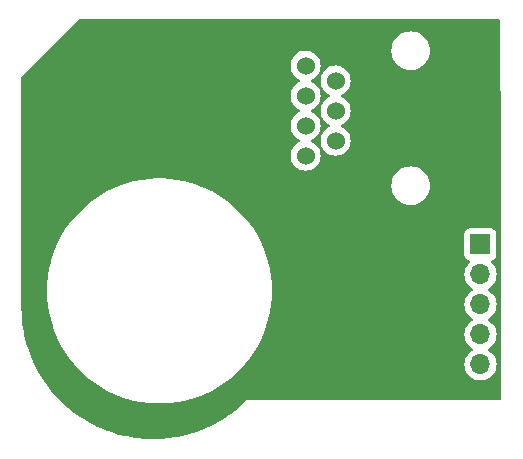
<source format=gbr>
%TF.GenerationSoftware,KiCad,Pcbnew,(7.0.0)*%
%TF.CreationDate,2023-04-04T21:03:58-04:00*%
%TF.ProjectId,StackLight,53746163-6b4c-4696-9768-742e6b696361,rev?*%
%TF.SameCoordinates,Original*%
%TF.FileFunction,Copper,L2,Bot*%
%TF.FilePolarity,Positive*%
%FSLAX46Y46*%
G04 Gerber Fmt 4.6, Leading zero omitted, Abs format (unit mm)*
G04 Created by KiCad (PCBNEW (7.0.0)) date 2023-04-04 21:03:58*
%MOMM*%
%LPD*%
G01*
G04 APERTURE LIST*
%TA.AperFunction,ComponentPad*%
%ADD10R,1.700000X1.700000*%
%TD*%
%TA.AperFunction,ComponentPad*%
%ADD11O,1.700000X1.700000*%
%TD*%
%TA.AperFunction,ComponentPad*%
%ADD12C,1.524000*%
%TD*%
G04 APERTURE END LIST*
D10*
%TO.P,J2,1,Pin_1*%
%TO.N,Net-(J1-Pad8)*%
X153923999Y-93979999D03*
D11*
%TO.P,J2,2,Pin_2*%
%TO.N,Net-(J1-Pad7)*%
X153923999Y-96519999D03*
%TO.P,J2,3,Pin_3*%
%TO.N,Net-(J1-Pad6)*%
X153923999Y-99059999D03*
%TO.P,J2,4,Pin_4*%
%TO.N,Net-(J1-Pad5)*%
X153923999Y-101599999D03*
%TO.P,J2,5,Pin_5*%
%TO.N,Net-(J1-Pad4)*%
X153923999Y-104139999D03*
%TD*%
D12*
%TO.P,J1,1*%
%TO.N,unconnected-(J1-Pad1)*%
X141662000Y-87730000D03*
%TO.P,J1,2*%
%TO.N,unconnected-(J1-Pad2)*%
X139122000Y-86460000D03*
%TO.P,J1,3*%
%TO.N,unconnected-(J1-Pad3)*%
X141662000Y-85190000D03*
%TO.P,J1,4*%
%TO.N,Net-(J1-Pad4)*%
X139122000Y-83920000D03*
%TO.P,J1,5*%
%TO.N,Net-(J1-Pad5)*%
X141662000Y-82650000D03*
%TO.P,J1,6*%
%TO.N,Net-(J1-Pad6)*%
X139122000Y-81380000D03*
%TO.P,J1,7*%
%TO.N,Net-(J1-Pad7)*%
X141662000Y-80110000D03*
%TO.P,J1,8*%
%TO.N,Net-(J1-Pad8)*%
X139122000Y-78840000D03*
%TD*%
%TA.AperFunction,Conductor*%
%TO.N,unconnected-(J1-Pad1)*%
G36*
X155525015Y-74947180D02*
G01*
X155571079Y-74992805D01*
X155588357Y-75055291D01*
X155701494Y-86873795D01*
X155701500Y-86875001D01*
X155701500Y-107061500D01*
X155684619Y-107124500D01*
X155638500Y-107170619D01*
X155575500Y-107187500D01*
X144780099Y-107187500D01*
X134112207Y-107187500D01*
X134111999Y-107187293D01*
X134111716Y-107187575D01*
X134111617Y-107187617D01*
X134111578Y-107187709D01*
X134101509Y-107197229D01*
X134101506Y-107197232D01*
X133636806Y-107636640D01*
X133631263Y-107641581D01*
X133285151Y-107932213D01*
X133284931Y-107932396D01*
X133127070Y-108064343D01*
X133121465Y-108068765D01*
X132795244Y-108311420D01*
X132794861Y-108311704D01*
X132592595Y-108460973D01*
X132586892Y-108464944D01*
X132263073Y-108677379D01*
X132262514Y-108677743D01*
X132035410Y-108825017D01*
X132029642Y-108828541D01*
X131703450Y-109016026D01*
X131702706Y-109016451D01*
X131457514Y-109155170D01*
X131451714Y-109158254D01*
X131121078Y-109323187D01*
X131120139Y-109323651D01*
X130861016Y-109450233D01*
X130855216Y-109452886D01*
X130519605Y-109596277D01*
X130518464Y-109596758D01*
X130247959Y-109709201D01*
X130242188Y-109711436D01*
X129901979Y-109833633D01*
X129900632Y-109834108D01*
X129620570Y-109931132D01*
X129614858Y-109932960D01*
X129270446Y-110034198D01*
X129268889Y-110034644D01*
X128981100Y-110115235D01*
X128975474Y-110116672D01*
X128627642Y-110196996D01*
X128625876Y-110197390D01*
X128331784Y-110260871D01*
X128326268Y-110261934D01*
X127975900Y-110321357D01*
X127973926Y-110321676D01*
X127674956Y-110367514D01*
X127669576Y-110368220D01*
X127317544Y-110406767D01*
X127315365Y-110406987D01*
X127013014Y-110434786D01*
X127007790Y-110435157D01*
X126655041Y-110452851D01*
X126652663Y-110452948D01*
X126348196Y-110462459D01*
X126343151Y-110462515D01*
X125990796Y-110459407D01*
X125988225Y-110459358D01*
X125683016Y-110450436D01*
X125678166Y-110450201D01*
X125327173Y-110426379D01*
X125324421Y-110426162D01*
X125019725Y-110398764D01*
X125015087Y-110398260D01*
X124666598Y-110353866D01*
X124663674Y-110353459D01*
X124360721Y-110307630D01*
X124356310Y-110306882D01*
X124011417Y-110242108D01*
X124008352Y-110241493D01*
X123708354Y-110177367D01*
X123704217Y-110176409D01*
X123363978Y-110091488D01*
X123360757Y-110090638D01*
X123065004Y-110008456D01*
X123061077Y-110007296D01*
X122726601Y-109902533D01*
X122723255Y-109901433D01*
X122432880Y-109801488D01*
X122429221Y-109800165D01*
X122287958Y-109746594D01*
X122101573Y-109675910D01*
X122098121Y-109674542D01*
X121814253Y-109557210D01*
X121810843Y-109555741D01*
X121491093Y-109412405D01*
X121487556Y-109410753D01*
X121211338Y-109276505D01*
X121208191Y-109274921D01*
X120897415Y-109112985D01*
X120893816Y-109111035D01*
X120626288Y-108960388D01*
X120623406Y-108958714D01*
X120505182Y-108887959D01*
X120322536Y-108778648D01*
X120318926Y-108776404D01*
X120165553Y-108677379D01*
X120061208Y-108610008D01*
X120058591Y-108608271D01*
X119768596Y-108410621D01*
X119764960Y-108408048D01*
X119518038Y-108226586D01*
X119515739Y-108224855D01*
X119237574Y-108010220D01*
X119233934Y-108007302D01*
X118998779Y-107811547D01*
X118996677Y-107809757D01*
X118843465Y-107676425D01*
X118731337Y-107578846D01*
X118727748Y-107575600D01*
X118586206Y-107442500D01*
X118505312Y-107366430D01*
X118503461Y-107364654D01*
X118462825Y-107324849D01*
X118251679Y-107118018D01*
X118248147Y-107114416D01*
X118039300Y-106892768D01*
X118037684Y-106891020D01*
X117943970Y-106787721D01*
X117800349Y-106629409D01*
X117796936Y-106625485D01*
X117602400Y-106392270D01*
X117601076Y-106390655D01*
X117378957Y-106114762D01*
X117375645Y-106110462D01*
X117196298Y-105866928D01*
X117195125Y-105865309D01*
X116988954Y-105575841D01*
X116985799Y-105571195D01*
X116865874Y-105385860D01*
X116822275Y-105318481D01*
X116821382Y-105317078D01*
X116631769Y-105014609D01*
X116628823Y-105009662D01*
X116481823Y-104749222D01*
X116481045Y-104747822D01*
X116308686Y-104433078D01*
X116305938Y-104427763D01*
X116176060Y-104161215D01*
X116175442Y-104159928D01*
X116145361Y-104096373D01*
X116020832Y-103833270D01*
X116018342Y-103827659D01*
X115906078Y-103556820D01*
X115905639Y-103555746D01*
X115769247Y-103217339D01*
X115767037Y-103211428D01*
X115692760Y-102996328D01*
X115672893Y-102938794D01*
X115672555Y-102937804D01*
X115607318Y-102743671D01*
X115554837Y-102587496D01*
X115552936Y-102581306D01*
X115477198Y-102309804D01*
X115477072Y-102309346D01*
X115378376Y-101946013D01*
X115376780Y-101939445D01*
X115319898Y-101674636D01*
X115319760Y-101673984D01*
X115282362Y-101495283D01*
X115240465Y-101295082D01*
X115239231Y-101288252D01*
X115220071Y-101162445D01*
X115201401Y-101039855D01*
X115141611Y-100637048D01*
X115140765Y-100629962D01*
X115137485Y-100593888D01*
X115122174Y-100425517D01*
X115082204Y-99974615D01*
X115081768Y-99967212D01*
X115079577Y-99892904D01*
X115062554Y-99315458D01*
X115062500Y-99311746D01*
X115062500Y-97917000D01*
X117215603Y-97917000D01*
X117215668Y-97919027D01*
X117235118Y-98525579D01*
X117235119Y-98525601D01*
X117235184Y-98527615D01*
X117235376Y-98529612D01*
X117235378Y-98529633D01*
X117293654Y-99133727D01*
X117293656Y-99133749D01*
X117293847Y-99135720D01*
X117294163Y-99137677D01*
X117294166Y-99137697D01*
X117391032Y-99736842D01*
X117391035Y-99736858D01*
X117391352Y-99738818D01*
X117391796Y-99740765D01*
X117391797Y-99740768D01*
X117526850Y-100332478D01*
X117526855Y-100332498D01*
X117527296Y-100334429D01*
X117527864Y-100336345D01*
X117527866Y-100336350D01*
X117700546Y-100918167D01*
X117700550Y-100918181D01*
X117701122Y-100920106D01*
X117701815Y-100921990D01*
X117701820Y-100922004D01*
X117839119Y-101295091D01*
X117912115Y-101493444D01*
X117912928Y-101495281D01*
X117912929Y-101495283D01*
X118056305Y-101819172D01*
X118159409Y-102052084D01*
X118160337Y-102053864D01*
X118160341Y-102053871D01*
X118441060Y-102591958D01*
X118441073Y-102591981D01*
X118441987Y-102593733D01*
X118443017Y-102595432D01*
X118443026Y-102595448D01*
X118609459Y-102869996D01*
X118758688Y-103116164D01*
X118759833Y-103117806D01*
X118759836Y-103117810D01*
X119105749Y-103613704D01*
X119108210Y-103617231D01*
X119109466Y-103618806D01*
X119109472Y-103618814D01*
X119172130Y-103697384D01*
X119489118Y-104094874D01*
X119490473Y-104096366D01*
X119490479Y-104096373D01*
X119733865Y-104364368D01*
X119899846Y-104547131D01*
X120338706Y-104972143D01*
X120803895Y-105368164D01*
X121293501Y-105733567D01*
X121805513Y-106066850D01*
X122337826Y-106366643D01*
X122888254Y-106631715D01*
X122890140Y-106632478D01*
X122890141Y-106632479D01*
X123452639Y-106860210D01*
X123452644Y-106860212D01*
X123454534Y-106860977D01*
X124034339Y-107053485D01*
X124625287Y-107208450D01*
X125224950Y-107325234D01*
X125830862Y-107403358D01*
X126440536Y-107442500D01*
X127049450Y-107442500D01*
X127051464Y-107442500D01*
X127661138Y-107403358D01*
X128267050Y-107325234D01*
X128866713Y-107208450D01*
X129457661Y-107053485D01*
X130037466Y-106860977D01*
X130603746Y-106631715D01*
X131154174Y-106366643D01*
X131686487Y-106066850D01*
X132198499Y-105733567D01*
X132688105Y-105368164D01*
X133153294Y-104972143D01*
X133592154Y-104547131D01*
X133961900Y-104140000D01*
X152560844Y-104140000D01*
X152579436Y-104364368D01*
X152580717Y-104369426D01*
X152626073Y-104548535D01*
X152634704Y-104582616D01*
X152725140Y-104788791D01*
X152848278Y-104977268D01*
X152851806Y-104981100D01*
X152997227Y-105139069D01*
X152997231Y-105139073D01*
X153000760Y-105142906D01*
X153178424Y-105281189D01*
X153376426Y-105388342D01*
X153381355Y-105390034D01*
X153381357Y-105390035D01*
X153482895Y-105424893D01*
X153589365Y-105461444D01*
X153811431Y-105498500D01*
X154031358Y-105498500D01*
X154036569Y-105498500D01*
X154258635Y-105461444D01*
X154471574Y-105388342D01*
X154669576Y-105281189D01*
X154847240Y-105142906D01*
X154999722Y-104977268D01*
X155122860Y-104788791D01*
X155213296Y-104582616D01*
X155268564Y-104364368D01*
X155287156Y-104140000D01*
X155268564Y-103915632D01*
X155213296Y-103697384D01*
X155122860Y-103491209D01*
X154999722Y-103302732D01*
X154915670Y-103211428D01*
X154850772Y-103140930D01*
X154850767Y-103140925D01*
X154847240Y-103137094D01*
X154669576Y-102998811D01*
X154664997Y-102996333D01*
X154664994Y-102996331D01*
X154636318Y-102980812D01*
X154588047Y-102934494D01*
X154570289Y-102869996D01*
X154588050Y-102805499D01*
X154636321Y-102759185D01*
X154669576Y-102741189D01*
X154847240Y-102602906D01*
X154999722Y-102437268D01*
X155122860Y-102248791D01*
X155213296Y-102042616D01*
X155268564Y-101824368D01*
X155287156Y-101600000D01*
X155268564Y-101375632D01*
X155213296Y-101157384D01*
X155122860Y-100951209D01*
X154999722Y-100762732D01*
X154938956Y-100696723D01*
X154850772Y-100600930D01*
X154850767Y-100600925D01*
X154847240Y-100597094D01*
X154669576Y-100458811D01*
X154665002Y-100456336D01*
X154664995Y-100456331D01*
X154636320Y-100440814D01*
X154588048Y-100394498D01*
X154570289Y-100330000D01*
X154588048Y-100265502D01*
X154636320Y-100219186D01*
X154664990Y-100203671D01*
X154669576Y-100201189D01*
X154847240Y-100062906D01*
X154999722Y-99897268D01*
X155122860Y-99708791D01*
X155213296Y-99502616D01*
X155268564Y-99284368D01*
X155287156Y-99060000D01*
X155268564Y-98835632D01*
X155213296Y-98617384D01*
X155122860Y-98411209D01*
X154999722Y-98222732D01*
X154938956Y-98156723D01*
X154850772Y-98060930D01*
X154850767Y-98060925D01*
X154847240Y-98057094D01*
X154669576Y-97918811D01*
X154665002Y-97916336D01*
X154664995Y-97916331D01*
X154636320Y-97900814D01*
X154588048Y-97854498D01*
X154570289Y-97790000D01*
X154588048Y-97725502D01*
X154636320Y-97679186D01*
X154664990Y-97663671D01*
X154669576Y-97661189D01*
X154847240Y-97522906D01*
X154999722Y-97357268D01*
X155122860Y-97168791D01*
X155213296Y-96962616D01*
X155268564Y-96744368D01*
X155287156Y-96520000D01*
X155268564Y-96295632D01*
X155213296Y-96077384D01*
X155122860Y-95871209D01*
X154999722Y-95682732D01*
X154856525Y-95527180D01*
X154827288Y-95473576D01*
X154826685Y-95412520D01*
X154854859Y-95358350D01*
X154905191Y-95323786D01*
X155020204Y-95280889D01*
X155137261Y-95193261D01*
X155224889Y-95076204D01*
X155275989Y-94939201D01*
X155282500Y-94878638D01*
X155282500Y-93081362D01*
X155275989Y-93020799D01*
X155224889Y-92883796D01*
X155137261Y-92766739D01*
X155076232Y-92721053D01*
X155027417Y-92684510D01*
X155027414Y-92684508D01*
X155020204Y-92679111D01*
X155011766Y-92675964D01*
X155011763Y-92675962D01*
X154890580Y-92630763D01*
X154890578Y-92630762D01*
X154883201Y-92628011D01*
X154875373Y-92627169D01*
X154875367Y-92627168D01*
X154825988Y-92621860D01*
X154825985Y-92621859D01*
X154822638Y-92621500D01*
X153025362Y-92621500D01*
X153022015Y-92621859D01*
X153022011Y-92621860D01*
X152972632Y-92627168D01*
X152972625Y-92627169D01*
X152964799Y-92628011D01*
X152957423Y-92630761D01*
X152957419Y-92630763D01*
X152836236Y-92675962D01*
X152836230Y-92675965D01*
X152827796Y-92679111D01*
X152820588Y-92684506D01*
X152820582Y-92684510D01*
X152717950Y-92761340D01*
X152717946Y-92761343D01*
X152710739Y-92766739D01*
X152705343Y-92773946D01*
X152705340Y-92773950D01*
X152628510Y-92876582D01*
X152628506Y-92876588D01*
X152623111Y-92883796D01*
X152619965Y-92892230D01*
X152619962Y-92892236D01*
X152574763Y-93013419D01*
X152574761Y-93013423D01*
X152572011Y-93020799D01*
X152571169Y-93028625D01*
X152571168Y-93028632D01*
X152565860Y-93078011D01*
X152565500Y-93081362D01*
X152565500Y-94878638D01*
X152565859Y-94881985D01*
X152565860Y-94881988D01*
X152571168Y-94931367D01*
X152571169Y-94931373D01*
X152572011Y-94939201D01*
X152574762Y-94946578D01*
X152574763Y-94946580D01*
X152619962Y-95067763D01*
X152619964Y-95067766D01*
X152623111Y-95076204D01*
X152628508Y-95083414D01*
X152628510Y-95083417D01*
X152705340Y-95186049D01*
X152710739Y-95193261D01*
X152827796Y-95280889D01*
X152836235Y-95284036D01*
X152836236Y-95284037D01*
X152942806Y-95323786D01*
X152993140Y-95358350D01*
X153021314Y-95412520D01*
X153020711Y-95473576D01*
X152991474Y-95527180D01*
X152851806Y-95678899D01*
X152851802Y-95678902D01*
X152848278Y-95682732D01*
X152845430Y-95687090D01*
X152845427Y-95687095D01*
X152727992Y-95866843D01*
X152725140Y-95871209D01*
X152723048Y-95875978D01*
X152723046Y-95875982D01*
X152636799Y-96072606D01*
X152636796Y-96072614D01*
X152634704Y-96077384D01*
X152633423Y-96082440D01*
X152633422Y-96082445D01*
X152580717Y-96290573D01*
X152579436Y-96295632D01*
X152579006Y-96300820D01*
X152579005Y-96300827D01*
X152561909Y-96507147D01*
X152560844Y-96520000D01*
X152579436Y-96744368D01*
X152634704Y-96962616D01*
X152725140Y-97168791D01*
X152848278Y-97357268D01*
X152851806Y-97361100D01*
X152997227Y-97519069D01*
X152997231Y-97519073D01*
X153000760Y-97522906D01*
X153178424Y-97661189D01*
X153183002Y-97663666D01*
X153183009Y-97663671D01*
X153211680Y-97679187D01*
X153259951Y-97725503D01*
X153277710Y-97790000D01*
X153259951Y-97854497D01*
X153211680Y-97900813D01*
X153183009Y-97916328D01*
X153182993Y-97916338D01*
X153178424Y-97918811D01*
X153174313Y-97922010D01*
X153174311Y-97922012D01*
X153004878Y-98053888D01*
X153004872Y-98053893D01*
X153000760Y-98057094D01*
X152997237Y-98060919D01*
X152997227Y-98060930D01*
X152851806Y-98218899D01*
X152851802Y-98218902D01*
X152848278Y-98222732D01*
X152845430Y-98227090D01*
X152845427Y-98227095D01*
X152727992Y-98406843D01*
X152725140Y-98411209D01*
X152723048Y-98415978D01*
X152723046Y-98415982D01*
X152636799Y-98612606D01*
X152636796Y-98612614D01*
X152634704Y-98617384D01*
X152579436Y-98835632D01*
X152579006Y-98840820D01*
X152579005Y-98840827D01*
X152561909Y-99047147D01*
X152560844Y-99060000D01*
X152579436Y-99284368D01*
X152634704Y-99502616D01*
X152725140Y-99708791D01*
X152848278Y-99897268D01*
X152851806Y-99901100D01*
X152997227Y-100059069D01*
X152997231Y-100059073D01*
X153000760Y-100062906D01*
X153178424Y-100201189D01*
X153183002Y-100203666D01*
X153183009Y-100203671D01*
X153211680Y-100219187D01*
X153259951Y-100265503D01*
X153277710Y-100330000D01*
X153259951Y-100394497D01*
X153211680Y-100440813D01*
X153183009Y-100456328D01*
X153182993Y-100456338D01*
X153178424Y-100458811D01*
X153174313Y-100462010D01*
X153174311Y-100462012D01*
X153004878Y-100593888D01*
X153004872Y-100593893D01*
X153000760Y-100597094D01*
X152997237Y-100600919D01*
X152997227Y-100600930D01*
X152851806Y-100758899D01*
X152851802Y-100758902D01*
X152848278Y-100762732D01*
X152845430Y-100767090D01*
X152845427Y-100767095D01*
X152727992Y-100946843D01*
X152725140Y-100951209D01*
X152723048Y-100955978D01*
X152723046Y-100955982D01*
X152636799Y-101152606D01*
X152636796Y-101152614D01*
X152634704Y-101157384D01*
X152633423Y-101162440D01*
X152633422Y-101162445D01*
X152599832Y-101295091D01*
X152579436Y-101375632D01*
X152579006Y-101380820D01*
X152579005Y-101380827D01*
X152569521Y-101495283D01*
X152560844Y-101600000D01*
X152561274Y-101605189D01*
X152567028Y-101674636D01*
X152579436Y-101824368D01*
X152634704Y-102042616D01*
X152636797Y-102047389D01*
X152636799Y-102047393D01*
X152638857Y-102052084D01*
X152725140Y-102248791D01*
X152848278Y-102437268D01*
X152851806Y-102441100D01*
X152997227Y-102599069D01*
X152997231Y-102599073D01*
X153000760Y-102602906D01*
X153178424Y-102741189D01*
X153183002Y-102743666D01*
X153183009Y-102743671D01*
X153211680Y-102759187D01*
X153259951Y-102805503D01*
X153277710Y-102870000D01*
X153259951Y-102934497D01*
X153211680Y-102980813D01*
X153183009Y-102996328D01*
X153182993Y-102996338D01*
X153178424Y-102998811D01*
X153174313Y-103002010D01*
X153174311Y-103002012D01*
X153004878Y-103133888D01*
X153004872Y-103133893D01*
X153000760Y-103137094D01*
X152997237Y-103140919D01*
X152997227Y-103140930D01*
X152851806Y-103298899D01*
X152851802Y-103298902D01*
X152848278Y-103302732D01*
X152845430Y-103307090D01*
X152845427Y-103307095D01*
X152727992Y-103486843D01*
X152725140Y-103491209D01*
X152723048Y-103495978D01*
X152723046Y-103495982D01*
X152636799Y-103692606D01*
X152636796Y-103692614D01*
X152634704Y-103697384D01*
X152579436Y-103915632D01*
X152579006Y-103920820D01*
X152579005Y-103920827D01*
X152564900Y-104091051D01*
X152560844Y-104140000D01*
X133961900Y-104140000D01*
X134002882Y-104094874D01*
X134383790Y-103617231D01*
X134733312Y-103116164D01*
X135050013Y-102593733D01*
X135332591Y-102052084D01*
X135579885Y-101493444D01*
X135790878Y-100920106D01*
X135964704Y-100334429D01*
X136100648Y-99738818D01*
X136198153Y-99135720D01*
X136256816Y-98527615D01*
X136276397Y-97917000D01*
X136256816Y-97306385D01*
X136198153Y-96698280D01*
X136100648Y-96095182D01*
X135964704Y-95499571D01*
X135790878Y-94913894D01*
X135579885Y-94340556D01*
X135332591Y-93781916D01*
X135051523Y-93243161D01*
X135050939Y-93242041D01*
X135050932Y-93242028D01*
X135050013Y-93240267D01*
X134733312Y-92717836D01*
X134383790Y-92216769D01*
X134002882Y-91739126D01*
X133592154Y-91286869D01*
X133153294Y-90861857D01*
X132688105Y-90465836D01*
X132198499Y-90100433D01*
X132196812Y-90099334D01*
X132196805Y-90099330D01*
X131694234Y-89772193D01*
X131686487Y-89767150D01*
X131154174Y-89467357D01*
X131152361Y-89466484D01*
X131152344Y-89466475D01*
X130605579Y-89203167D01*
X130605560Y-89203158D01*
X130603746Y-89202285D01*
X130601874Y-89201527D01*
X130601858Y-89201520D01*
X130104101Y-89000000D01*
X146381474Y-89000000D01*
X146381862Y-89004930D01*
X146401159Y-89250136D01*
X146401160Y-89250144D01*
X146401548Y-89255070D01*
X146402702Y-89259878D01*
X146402703Y-89259882D01*
X146452753Y-89468354D01*
X146461278Y-89503860D01*
X146559191Y-89740243D01*
X146561776Y-89744462D01*
X146561777Y-89744463D01*
X146576355Y-89768253D01*
X146692877Y-89958399D01*
X146859044Y-90152956D01*
X147053601Y-90319123D01*
X147271757Y-90452809D01*
X147508140Y-90550722D01*
X147756930Y-90610452D01*
X148012000Y-90630526D01*
X148267070Y-90610452D01*
X148515860Y-90550722D01*
X148752243Y-90452809D01*
X148970399Y-90319123D01*
X149164956Y-90152956D01*
X149331123Y-89958399D01*
X149464809Y-89740243D01*
X149562722Y-89503860D01*
X149622452Y-89255070D01*
X149642526Y-89000000D01*
X149622452Y-88744930D01*
X149562722Y-88496140D01*
X149464809Y-88259757D01*
X149331123Y-88041601D01*
X149164956Y-87847044D01*
X148970399Y-87680877D01*
X148752243Y-87547191D01*
X148515860Y-87449278D01*
X148511052Y-87448123D01*
X148511047Y-87448122D01*
X148271882Y-87390703D01*
X148271878Y-87390702D01*
X148267070Y-87389548D01*
X148262144Y-87389160D01*
X148262136Y-87389159D01*
X148016930Y-87369862D01*
X148012000Y-87369474D01*
X148007070Y-87369862D01*
X147761863Y-87389159D01*
X147761853Y-87389160D01*
X147756930Y-87389548D01*
X147752123Y-87390702D01*
X147752117Y-87390703D01*
X147512952Y-87448122D01*
X147512943Y-87448124D01*
X147508140Y-87449278D01*
X147503572Y-87451169D01*
X147503566Y-87451172D01*
X147276331Y-87545296D01*
X147276326Y-87545298D01*
X147271757Y-87547191D01*
X147267542Y-87549773D01*
X147267536Y-87549777D01*
X147057818Y-87678292D01*
X147057810Y-87678297D01*
X147053601Y-87680877D01*
X147049840Y-87684088D01*
X147049836Y-87684092D01*
X146862806Y-87843830D01*
X146862799Y-87843836D01*
X146859044Y-87847044D01*
X146855836Y-87850799D01*
X146855830Y-87850806D01*
X146696092Y-88037836D01*
X146696088Y-88037840D01*
X146692877Y-88041601D01*
X146690297Y-88045810D01*
X146690292Y-88045818D01*
X146561777Y-88255536D01*
X146561773Y-88255542D01*
X146559191Y-88259757D01*
X146557298Y-88264326D01*
X146557296Y-88264331D01*
X146463172Y-88491566D01*
X146463169Y-88491572D01*
X146461278Y-88496140D01*
X146460124Y-88500943D01*
X146460122Y-88500952D01*
X146402703Y-88740117D01*
X146402702Y-88740123D01*
X146401548Y-88744930D01*
X146401160Y-88749853D01*
X146401159Y-88749863D01*
X146383648Y-88972381D01*
X146381474Y-89000000D01*
X130104101Y-89000000D01*
X130039360Y-88973789D01*
X130039338Y-88973781D01*
X130037466Y-88973023D01*
X130035538Y-88972383D01*
X130035533Y-88972381D01*
X129459559Y-88781145D01*
X129459553Y-88781143D01*
X129457661Y-88780515D01*
X129325552Y-88745872D01*
X128868658Y-88626060D01*
X128868656Y-88626059D01*
X128866713Y-88625550D01*
X128864744Y-88625166D01*
X128864733Y-88625164D01*
X128269026Y-88509150D01*
X128269001Y-88509145D01*
X128267050Y-88508766D01*
X128265081Y-88508512D01*
X128265068Y-88508510D01*
X127663138Y-88430899D01*
X127663111Y-88430896D01*
X127661138Y-88430642D01*
X127659118Y-88430512D01*
X127659115Y-88430512D01*
X127053475Y-88391629D01*
X127053471Y-88391628D01*
X127051464Y-88391500D01*
X126440536Y-88391500D01*
X126438529Y-88391628D01*
X126438524Y-88391629D01*
X125832884Y-88430512D01*
X125832878Y-88430512D01*
X125830862Y-88430642D01*
X125828891Y-88430896D01*
X125828861Y-88430899D01*
X125226931Y-88508510D01*
X125226913Y-88508512D01*
X125224950Y-88508766D01*
X125223003Y-88509145D01*
X125222973Y-88509150D01*
X124627266Y-88625164D01*
X124627248Y-88625168D01*
X124625287Y-88625550D01*
X124623349Y-88626057D01*
X124623341Y-88626060D01*
X124036275Y-88780007D01*
X124036265Y-88780009D01*
X124034339Y-88780515D01*
X124032454Y-88781140D01*
X124032440Y-88781145D01*
X123456466Y-88972381D01*
X123456451Y-88972386D01*
X123454534Y-88973023D01*
X123452671Y-88973777D01*
X123452639Y-88973789D01*
X122890141Y-89201520D01*
X122890113Y-89201532D01*
X122888254Y-89202285D01*
X122886450Y-89203153D01*
X122886420Y-89203167D01*
X122339655Y-89466475D01*
X122339625Y-89466490D01*
X122337826Y-89467357D01*
X122336064Y-89468348D01*
X122336055Y-89468354D01*
X121807275Y-89766157D01*
X121807259Y-89766166D01*
X121805513Y-89767150D01*
X121803825Y-89768248D01*
X121803818Y-89768253D01*
X121295194Y-90099330D01*
X121295172Y-90099344D01*
X121293501Y-90100433D01*
X121291906Y-90101622D01*
X121291885Y-90101638D01*
X120997014Y-90321707D01*
X120803895Y-90465836D01*
X120802381Y-90467124D01*
X120802362Y-90467140D01*
X120340244Y-90860547D01*
X120340232Y-90860557D01*
X120338706Y-90861857D01*
X120337257Y-90863260D01*
X120337254Y-90863263D01*
X119901296Y-91285464D01*
X119901284Y-91285476D01*
X119899846Y-91286869D01*
X119898506Y-91288343D01*
X119898489Y-91288362D01*
X119490479Y-91737626D01*
X119490460Y-91737648D01*
X119489118Y-91739126D01*
X119487870Y-91740690D01*
X119487858Y-91740705D01*
X119109472Y-92215185D01*
X119109454Y-92215208D01*
X119108210Y-92216769D01*
X119107067Y-92218407D01*
X119107051Y-92218429D01*
X118759836Y-92716189D01*
X118759823Y-92716207D01*
X118758688Y-92717836D01*
X118757653Y-92719541D01*
X118757646Y-92719554D01*
X118443026Y-93238551D01*
X118443009Y-93238580D01*
X118441987Y-93240267D01*
X118441080Y-93242004D01*
X118441060Y-93242041D01*
X118160341Y-93780128D01*
X118160331Y-93780147D01*
X118159409Y-93781916D01*
X118158596Y-93783752D01*
X118158590Y-93783765D01*
X117912929Y-94338716D01*
X117912923Y-94338729D01*
X117912115Y-94340556D01*
X117911424Y-94342433D01*
X117911419Y-94342446D01*
X117701820Y-94911995D01*
X117701812Y-94912018D01*
X117701122Y-94913894D01*
X117700553Y-94915808D01*
X117700546Y-94915832D01*
X117553132Y-95412520D01*
X117527296Y-95499571D01*
X117526857Y-95501493D01*
X117526850Y-95501521D01*
X117395414Y-96077384D01*
X117391352Y-96095182D01*
X117391036Y-96097136D01*
X117391032Y-96097157D01*
X117294166Y-96696302D01*
X117294162Y-96696326D01*
X117293847Y-96698280D01*
X117293657Y-96700246D01*
X117293654Y-96700272D01*
X117235378Y-97304366D01*
X117235376Y-97304389D01*
X117235184Y-97306385D01*
X117235119Y-97308396D01*
X117235118Y-97308420D01*
X117218981Y-97811658D01*
X117215603Y-97917000D01*
X115062500Y-97917000D01*
X115062500Y-86460000D01*
X137846647Y-86460000D01*
X137847126Y-86465475D01*
X137865542Y-86675983D01*
X137865543Y-86675989D01*
X137866022Y-86681463D01*
X137867443Y-86686769D01*
X137867445Y-86686776D01*
X137915279Y-86865291D01*
X137923560Y-86896196D01*
X138017512Y-87097677D01*
X138020665Y-87102180D01*
X138020668Y-87102185D01*
X138094794Y-87208046D01*
X138145023Y-87279781D01*
X138302219Y-87436977D01*
X138432115Y-87527931D01*
X138463313Y-87549777D01*
X138484323Y-87564488D01*
X138685804Y-87658440D01*
X138900537Y-87715978D01*
X139122000Y-87735353D01*
X139343463Y-87715978D01*
X139558196Y-87658440D01*
X139759677Y-87564488D01*
X139941781Y-87436977D01*
X140098977Y-87279781D01*
X140226488Y-87097677D01*
X140320440Y-86896196D01*
X140377978Y-86681463D01*
X140397353Y-86460000D01*
X140377978Y-86238537D01*
X140320440Y-86023804D01*
X140226488Y-85822324D01*
X140098977Y-85640219D01*
X139941781Y-85483023D01*
X139831757Y-85405983D01*
X139764185Y-85358668D01*
X139764180Y-85358665D01*
X139759677Y-85355512D01*
X139649626Y-85304194D01*
X139596610Y-85257700D01*
X139576877Y-85190000D01*
X140386647Y-85190000D01*
X140387126Y-85195475D01*
X140405542Y-85405983D01*
X140405543Y-85405989D01*
X140406022Y-85411463D01*
X140407443Y-85416769D01*
X140407445Y-85416776D01*
X140455279Y-85595291D01*
X140463560Y-85626196D01*
X140465882Y-85631176D01*
X140465883Y-85631178D01*
X140552913Y-85817815D01*
X140557512Y-85827677D01*
X140560665Y-85832180D01*
X140560668Y-85832185D01*
X140634794Y-85938046D01*
X140685023Y-86009781D01*
X140842219Y-86166977D01*
X141024323Y-86294488D01*
X141225804Y-86388440D01*
X141440537Y-86445978D01*
X141662000Y-86465353D01*
X141883463Y-86445978D01*
X142098196Y-86388440D01*
X142299677Y-86294488D01*
X142481781Y-86166977D01*
X142638977Y-86009781D01*
X142766488Y-85827677D01*
X142860440Y-85626196D01*
X142917978Y-85411463D01*
X142937353Y-85190000D01*
X142917978Y-84968537D01*
X142860440Y-84753804D01*
X142766488Y-84552324D01*
X142638977Y-84370219D01*
X142481781Y-84213023D01*
X142371757Y-84135983D01*
X142304185Y-84088668D01*
X142304180Y-84088665D01*
X142299677Y-84085512D01*
X142189626Y-84034194D01*
X142136610Y-83987700D01*
X142116877Y-83920000D01*
X142136610Y-83852300D01*
X142189627Y-83805805D01*
X142299677Y-83754488D01*
X142481781Y-83626977D01*
X142638977Y-83469781D01*
X142766488Y-83287677D01*
X142860440Y-83086196D01*
X142917978Y-82871463D01*
X142937353Y-82650000D01*
X142917978Y-82428537D01*
X142860440Y-82213804D01*
X142766488Y-82012324D01*
X142638977Y-81830219D01*
X142481781Y-81673023D01*
X142371757Y-81595983D01*
X142304185Y-81548668D01*
X142304180Y-81548665D01*
X142299677Y-81545512D01*
X142189626Y-81494194D01*
X142136610Y-81447700D01*
X142116877Y-81380000D01*
X142136610Y-81312300D01*
X142189627Y-81265805D01*
X142299677Y-81214488D01*
X142481781Y-81086977D01*
X142638977Y-80929781D01*
X142766488Y-80747677D01*
X142860440Y-80546196D01*
X142917978Y-80331463D01*
X142937353Y-80110000D01*
X142917978Y-79888537D01*
X142860440Y-79673804D01*
X142766488Y-79472324D01*
X142638977Y-79290219D01*
X142481781Y-79133023D01*
X142324380Y-79022809D01*
X142304185Y-79008668D01*
X142304180Y-79008665D01*
X142299677Y-79005512D01*
X142098196Y-78911560D01*
X142067291Y-78903279D01*
X141888776Y-78855445D01*
X141888769Y-78855443D01*
X141883463Y-78854022D01*
X141877989Y-78853543D01*
X141877983Y-78853542D01*
X141667475Y-78835126D01*
X141662000Y-78834647D01*
X141656525Y-78835126D01*
X141446016Y-78853542D01*
X141446008Y-78853543D01*
X141440537Y-78854022D01*
X141435232Y-78855443D01*
X141435223Y-78855445D01*
X141231114Y-78910137D01*
X141231112Y-78910137D01*
X141225804Y-78911560D01*
X141220827Y-78913880D01*
X141220821Y-78913883D01*
X141029311Y-79003186D01*
X141029306Y-79003188D01*
X141024324Y-79005512D01*
X141019824Y-79008662D01*
X141019815Y-79008668D01*
X140846730Y-79129864D01*
X140846727Y-79129866D01*
X140842219Y-79133023D01*
X140838327Y-79136914D01*
X140838321Y-79136920D01*
X140688920Y-79286321D01*
X140688914Y-79286327D01*
X140685023Y-79290219D01*
X140681866Y-79294727D01*
X140681864Y-79294730D01*
X140560668Y-79467815D01*
X140560662Y-79467824D01*
X140557512Y-79472324D01*
X140555188Y-79477306D01*
X140555186Y-79477311D01*
X140465883Y-79668821D01*
X140465880Y-79668827D01*
X140463560Y-79673804D01*
X140462137Y-79679112D01*
X140462137Y-79679114D01*
X140407445Y-79883223D01*
X140407443Y-79883232D01*
X140406022Y-79888537D01*
X140405543Y-79894008D01*
X140405542Y-79894016D01*
X140392570Y-80042300D01*
X140386647Y-80110000D01*
X140387126Y-80115475D01*
X140405542Y-80325983D01*
X140405543Y-80325989D01*
X140406022Y-80331463D01*
X140407443Y-80336769D01*
X140407445Y-80336776D01*
X140455279Y-80515291D01*
X140463560Y-80546196D01*
X140465882Y-80551176D01*
X140465883Y-80551178D01*
X140552913Y-80737815D01*
X140557512Y-80747677D01*
X140560665Y-80752180D01*
X140560668Y-80752185D01*
X140634794Y-80858046D01*
X140685023Y-80929781D01*
X140842219Y-81086977D01*
X141024323Y-81214488D01*
X141134373Y-81265805D01*
X141187390Y-81312300D01*
X141207123Y-81380000D01*
X141187390Y-81447700D01*
X141134373Y-81494195D01*
X141029311Y-81543186D01*
X141029306Y-81543188D01*
X141024324Y-81545512D01*
X141019824Y-81548662D01*
X141019815Y-81548668D01*
X140846730Y-81669864D01*
X140846727Y-81669866D01*
X140842219Y-81673023D01*
X140838327Y-81676914D01*
X140838321Y-81676920D01*
X140688920Y-81826321D01*
X140688914Y-81826327D01*
X140685023Y-81830219D01*
X140681866Y-81834727D01*
X140681864Y-81834730D01*
X140560668Y-82007815D01*
X140560662Y-82007824D01*
X140557512Y-82012324D01*
X140555188Y-82017306D01*
X140555186Y-82017311D01*
X140465883Y-82208821D01*
X140465880Y-82208827D01*
X140463560Y-82213804D01*
X140462137Y-82219112D01*
X140462137Y-82219114D01*
X140407445Y-82423223D01*
X140407443Y-82423232D01*
X140406022Y-82428537D01*
X140405543Y-82434008D01*
X140405542Y-82434016D01*
X140392570Y-82582300D01*
X140386647Y-82650000D01*
X140387126Y-82655475D01*
X140405542Y-82865983D01*
X140405543Y-82865989D01*
X140406022Y-82871463D01*
X140407443Y-82876769D01*
X140407445Y-82876776D01*
X140455279Y-83055291D01*
X140463560Y-83086196D01*
X140465882Y-83091176D01*
X140465883Y-83091178D01*
X140552913Y-83277815D01*
X140557512Y-83287677D01*
X140560665Y-83292180D01*
X140560668Y-83292185D01*
X140634794Y-83398046D01*
X140685023Y-83469781D01*
X140842219Y-83626977D01*
X141024323Y-83754488D01*
X141134373Y-83805805D01*
X141187390Y-83852300D01*
X141207123Y-83920000D01*
X141187390Y-83987700D01*
X141134373Y-84034195D01*
X141029311Y-84083186D01*
X141029306Y-84083188D01*
X141024324Y-84085512D01*
X141019824Y-84088662D01*
X141019815Y-84088668D01*
X140846730Y-84209864D01*
X140846727Y-84209866D01*
X140842219Y-84213023D01*
X140838327Y-84216914D01*
X140838321Y-84216920D01*
X140688920Y-84366321D01*
X140688914Y-84366327D01*
X140685023Y-84370219D01*
X140681866Y-84374727D01*
X140681864Y-84374730D01*
X140560668Y-84547815D01*
X140560662Y-84547824D01*
X140557512Y-84552324D01*
X140555188Y-84557306D01*
X140555186Y-84557311D01*
X140465883Y-84748821D01*
X140465880Y-84748827D01*
X140463560Y-84753804D01*
X140462137Y-84759112D01*
X140462137Y-84759114D01*
X140407445Y-84963223D01*
X140407443Y-84963232D01*
X140406022Y-84968537D01*
X140405543Y-84974008D01*
X140405542Y-84974016D01*
X140392570Y-85122300D01*
X140386647Y-85190000D01*
X139576877Y-85190000D01*
X139596610Y-85122300D01*
X139649627Y-85075805D01*
X139759677Y-85024488D01*
X139941781Y-84896977D01*
X140098977Y-84739781D01*
X140226488Y-84557677D01*
X140320440Y-84356196D01*
X140377978Y-84141463D01*
X140397353Y-83920000D01*
X140377978Y-83698537D01*
X140320440Y-83483804D01*
X140226488Y-83282324D01*
X140098977Y-83100219D01*
X139941781Y-82943023D01*
X139831757Y-82865983D01*
X139764185Y-82818668D01*
X139764180Y-82818665D01*
X139759677Y-82815512D01*
X139649626Y-82764194D01*
X139596610Y-82717700D01*
X139576877Y-82650000D01*
X139596610Y-82582300D01*
X139649627Y-82535805D01*
X139759677Y-82484488D01*
X139941781Y-82356977D01*
X140098977Y-82199781D01*
X140226488Y-82017677D01*
X140320440Y-81816196D01*
X140377978Y-81601463D01*
X140397353Y-81380000D01*
X140377978Y-81158537D01*
X140320440Y-80943804D01*
X140226488Y-80742324D01*
X140098977Y-80560219D01*
X139941781Y-80403023D01*
X139831757Y-80325983D01*
X139764185Y-80278668D01*
X139764180Y-80278665D01*
X139759677Y-80275512D01*
X139649626Y-80224194D01*
X139596610Y-80177700D01*
X139576877Y-80110000D01*
X139596610Y-80042300D01*
X139649627Y-79995805D01*
X139759677Y-79944488D01*
X139941781Y-79816977D01*
X140098977Y-79659781D01*
X140226488Y-79477677D01*
X140320440Y-79276196D01*
X140377978Y-79061463D01*
X140397353Y-78840000D01*
X140377978Y-78618537D01*
X140320440Y-78403804D01*
X140226488Y-78202324D01*
X140098977Y-78020219D01*
X139941781Y-77863023D01*
X139870046Y-77812794D01*
X139764185Y-77738668D01*
X139764180Y-77738665D01*
X139759677Y-77735512D01*
X139558196Y-77641560D01*
X139527291Y-77633279D01*
X139348776Y-77585445D01*
X139348769Y-77585443D01*
X139343463Y-77584022D01*
X139337989Y-77583543D01*
X139337983Y-77583542D01*
X139183188Y-77570000D01*
X146381474Y-77570000D01*
X146381862Y-77574930D01*
X146401159Y-77820136D01*
X146401160Y-77820144D01*
X146401548Y-77825070D01*
X146402702Y-77829878D01*
X146402703Y-77829882D01*
X146449482Y-78024730D01*
X146461278Y-78073860D01*
X146463171Y-78078430D01*
X146463172Y-78078433D01*
X146516555Y-78207311D01*
X146559191Y-78310243D01*
X146692877Y-78528399D01*
X146859044Y-78722956D01*
X147053601Y-78889123D01*
X147271757Y-79022809D01*
X147508140Y-79120722D01*
X147756930Y-79180452D01*
X148012000Y-79200526D01*
X148267070Y-79180452D01*
X148515860Y-79120722D01*
X148752243Y-79022809D01*
X148970399Y-78889123D01*
X149164956Y-78722956D01*
X149331123Y-78528399D01*
X149464809Y-78310243D01*
X149562722Y-78073860D01*
X149622452Y-77825070D01*
X149642526Y-77570000D01*
X149622452Y-77314930D01*
X149562722Y-77066140D01*
X149464809Y-76829757D01*
X149331123Y-76611601D01*
X149164956Y-76417044D01*
X148970399Y-76250877D01*
X148752243Y-76117191D01*
X148515860Y-76019278D01*
X148511052Y-76018123D01*
X148511047Y-76018122D01*
X148271882Y-75960703D01*
X148271878Y-75960702D01*
X148267070Y-75959548D01*
X148262144Y-75959160D01*
X148262136Y-75959159D01*
X148016930Y-75939862D01*
X148012000Y-75939474D01*
X148007070Y-75939862D01*
X147761863Y-75959159D01*
X147761853Y-75959160D01*
X147756930Y-75959548D01*
X147752123Y-75960702D01*
X147752117Y-75960703D01*
X147512952Y-76018122D01*
X147512943Y-76018124D01*
X147508140Y-76019278D01*
X147503572Y-76021169D01*
X147503566Y-76021172D01*
X147276331Y-76115296D01*
X147276326Y-76115298D01*
X147271757Y-76117191D01*
X147267542Y-76119773D01*
X147267536Y-76119777D01*
X147057818Y-76248292D01*
X147057810Y-76248297D01*
X147053601Y-76250877D01*
X147049840Y-76254088D01*
X147049836Y-76254092D01*
X146862806Y-76413830D01*
X146862799Y-76413836D01*
X146859044Y-76417044D01*
X146855836Y-76420799D01*
X146855830Y-76420806D01*
X146696092Y-76607836D01*
X146696088Y-76607840D01*
X146692877Y-76611601D01*
X146690297Y-76615810D01*
X146690292Y-76615818D01*
X146561777Y-76825536D01*
X146561773Y-76825542D01*
X146559191Y-76829757D01*
X146557298Y-76834326D01*
X146557296Y-76834331D01*
X146463172Y-77061566D01*
X146463169Y-77061572D01*
X146461278Y-77066140D01*
X146460124Y-77070943D01*
X146460122Y-77070952D01*
X146402703Y-77310117D01*
X146402702Y-77310123D01*
X146401548Y-77314930D01*
X146401160Y-77319853D01*
X146401159Y-77319863D01*
X146382088Y-77562194D01*
X146381474Y-77570000D01*
X139183188Y-77570000D01*
X139127475Y-77565126D01*
X139122000Y-77564647D01*
X139116525Y-77565126D01*
X138906016Y-77583542D01*
X138906008Y-77583543D01*
X138900537Y-77584022D01*
X138895232Y-77585443D01*
X138895223Y-77585445D01*
X138691114Y-77640137D01*
X138691112Y-77640137D01*
X138685804Y-77641560D01*
X138680827Y-77643880D01*
X138680821Y-77643883D01*
X138489311Y-77733186D01*
X138489306Y-77733188D01*
X138484324Y-77735512D01*
X138479824Y-77738662D01*
X138479815Y-77738668D01*
X138306730Y-77859864D01*
X138306727Y-77859866D01*
X138302219Y-77863023D01*
X138298327Y-77866914D01*
X138298321Y-77866920D01*
X138148920Y-78016321D01*
X138148914Y-78016327D01*
X138145023Y-78020219D01*
X138141866Y-78024727D01*
X138141864Y-78024730D01*
X138020668Y-78197815D01*
X138020662Y-78197824D01*
X138017512Y-78202324D01*
X138015188Y-78207306D01*
X138015186Y-78207311D01*
X137925883Y-78398821D01*
X137925880Y-78398827D01*
X137923560Y-78403804D01*
X137922137Y-78409112D01*
X137922137Y-78409114D01*
X137867445Y-78613223D01*
X137867443Y-78613232D01*
X137866022Y-78618537D01*
X137865543Y-78624008D01*
X137865542Y-78624016D01*
X137847453Y-78830784D01*
X137846647Y-78840000D01*
X137847126Y-78845475D01*
X137865542Y-79055983D01*
X137865543Y-79055989D01*
X137866022Y-79061463D01*
X137867443Y-79066769D01*
X137867445Y-79066776D01*
X137897905Y-79180452D01*
X137923560Y-79276196D01*
X137925882Y-79281176D01*
X137925883Y-79281178D01*
X138012913Y-79467815D01*
X138017512Y-79477677D01*
X138020665Y-79482180D01*
X138020668Y-79482185D01*
X138094794Y-79588046D01*
X138145023Y-79659781D01*
X138302219Y-79816977D01*
X138484323Y-79944488D01*
X138594373Y-79995805D01*
X138647390Y-80042300D01*
X138667123Y-80110000D01*
X138647390Y-80177700D01*
X138594373Y-80224195D01*
X138489311Y-80273186D01*
X138489306Y-80273188D01*
X138484324Y-80275512D01*
X138479824Y-80278662D01*
X138479815Y-80278668D01*
X138306730Y-80399864D01*
X138306727Y-80399866D01*
X138302219Y-80403023D01*
X138298327Y-80406914D01*
X138298321Y-80406920D01*
X138148920Y-80556321D01*
X138148914Y-80556327D01*
X138145023Y-80560219D01*
X138141866Y-80564727D01*
X138141864Y-80564730D01*
X138020668Y-80737815D01*
X138020662Y-80737824D01*
X138017512Y-80742324D01*
X138015188Y-80747306D01*
X138015186Y-80747311D01*
X137925883Y-80938821D01*
X137925880Y-80938827D01*
X137923560Y-80943804D01*
X137922137Y-80949112D01*
X137922137Y-80949114D01*
X137867445Y-81153223D01*
X137867443Y-81153232D01*
X137866022Y-81158537D01*
X137865543Y-81164008D01*
X137865542Y-81164016D01*
X137852570Y-81312300D01*
X137846647Y-81380000D01*
X137847126Y-81385475D01*
X137865542Y-81595983D01*
X137865543Y-81595989D01*
X137866022Y-81601463D01*
X137867443Y-81606769D01*
X137867445Y-81606776D01*
X137915279Y-81785291D01*
X137923560Y-81816196D01*
X137925882Y-81821176D01*
X137925883Y-81821178D01*
X138012913Y-82007815D01*
X138017512Y-82017677D01*
X138020665Y-82022180D01*
X138020668Y-82022185D01*
X138094794Y-82128046D01*
X138145023Y-82199781D01*
X138302219Y-82356977D01*
X138484323Y-82484488D01*
X138594373Y-82535805D01*
X138647390Y-82582300D01*
X138667123Y-82650000D01*
X138647390Y-82717700D01*
X138594373Y-82764195D01*
X138489311Y-82813186D01*
X138489306Y-82813188D01*
X138484324Y-82815512D01*
X138479824Y-82818662D01*
X138479815Y-82818668D01*
X138306730Y-82939864D01*
X138306727Y-82939866D01*
X138302219Y-82943023D01*
X138298327Y-82946914D01*
X138298321Y-82946920D01*
X138148920Y-83096321D01*
X138148914Y-83096327D01*
X138145023Y-83100219D01*
X138141866Y-83104727D01*
X138141864Y-83104730D01*
X138020668Y-83277815D01*
X138020662Y-83277824D01*
X138017512Y-83282324D01*
X138015188Y-83287306D01*
X138015186Y-83287311D01*
X137925883Y-83478821D01*
X137925880Y-83478827D01*
X137923560Y-83483804D01*
X137922137Y-83489112D01*
X137922137Y-83489114D01*
X137867445Y-83693223D01*
X137867443Y-83693232D01*
X137866022Y-83698537D01*
X137865543Y-83704008D01*
X137865542Y-83704016D01*
X137852570Y-83852300D01*
X137846647Y-83920000D01*
X137847126Y-83925475D01*
X137865542Y-84135983D01*
X137865543Y-84135989D01*
X137866022Y-84141463D01*
X137867443Y-84146769D01*
X137867445Y-84146776D01*
X137915279Y-84325291D01*
X137923560Y-84356196D01*
X137925882Y-84361176D01*
X137925883Y-84361178D01*
X138012913Y-84547815D01*
X138017512Y-84557677D01*
X138020665Y-84562180D01*
X138020668Y-84562185D01*
X138094794Y-84668046D01*
X138145023Y-84739781D01*
X138302219Y-84896977D01*
X138484323Y-85024488D01*
X138594373Y-85075805D01*
X138647390Y-85122300D01*
X138667123Y-85190000D01*
X138647390Y-85257700D01*
X138594373Y-85304195D01*
X138489311Y-85353186D01*
X138489306Y-85353188D01*
X138484324Y-85355512D01*
X138479824Y-85358662D01*
X138479815Y-85358668D01*
X138306730Y-85479864D01*
X138306727Y-85479866D01*
X138302219Y-85483023D01*
X138298327Y-85486914D01*
X138298321Y-85486920D01*
X138148920Y-85636321D01*
X138148914Y-85636327D01*
X138145023Y-85640219D01*
X138141866Y-85644727D01*
X138141864Y-85644730D01*
X138020668Y-85817815D01*
X138020662Y-85817824D01*
X138017512Y-85822324D01*
X138015188Y-85827306D01*
X138015186Y-85827311D01*
X137925883Y-86018821D01*
X137925880Y-86018827D01*
X137923560Y-86023804D01*
X137922137Y-86029112D01*
X137922137Y-86029114D01*
X137867445Y-86233223D01*
X137867443Y-86233232D01*
X137866022Y-86238537D01*
X137865543Y-86244008D01*
X137865542Y-86244016D01*
X137852783Y-86389862D01*
X137846647Y-86460000D01*
X115062500Y-86460000D01*
X115062500Y-79808398D01*
X115072091Y-79760180D01*
X115099405Y-79719303D01*
X119851302Y-74967405D01*
X119892179Y-74940091D01*
X119940397Y-74930500D01*
X155462364Y-74930500D01*
X155525015Y-74947180D01*
G37*
%TD.AperFunction*%
%TD*%
M02*

</source>
